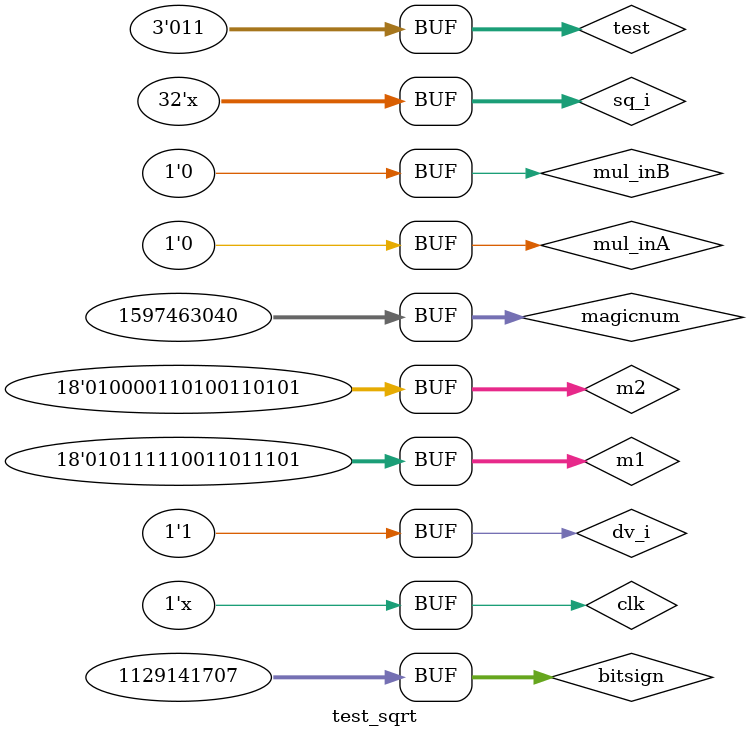
<source format=v>
`timescale 1ns / 1ps


module test_sqrt;

	// Inputs
	reg clk;
	reg dv_i;
	reg [31:0] sq_i;

	// Outputs
	wire dv_o;
	wire [9:0] isrt_o;

	// Instantiate the Unit Under Test (UUT)
	inv_sqrt uut (
		.clk(clk), 
		.dv_i(dv_i), 
		.sq_i(sq_i), 
		.dv_o(dv_o), 
		.isrt_o(isrt_o)
	);
	parameter STEP = 20;
	parameter STEP_half=10;
	always begin
		#STEP_half;
		clk<=~clk;
	end

	always@ (dv_o)begin
		dv_i <= 0;
		#100;
		sq_i <= sq_i +8;
		dv_i <= 1;
	end
	
	reg signed [2:0] test =0;
	reg [31:0] magicnum = 1597463040;
	reg [31:0] bitsign = 1129141707;
	reg [17:0] m1;
	reg [17:0] m2;
	

	initial begin
		// Initialize Inputs
		clk = 0;
		dv_i = 1;
		sq_i = 4000;
		
		m1 = magicnum[31:14];
		m2 = bitsign[31:14];
		
		mul_inA = 0;
		mul_inB = 0;
		
		test = 3'b111;
		// Wait 100 ns for global reset to finish
		#100;
       
		test = 3'b011;
		// Add stimulus here

	end
      
endmodule


</source>
